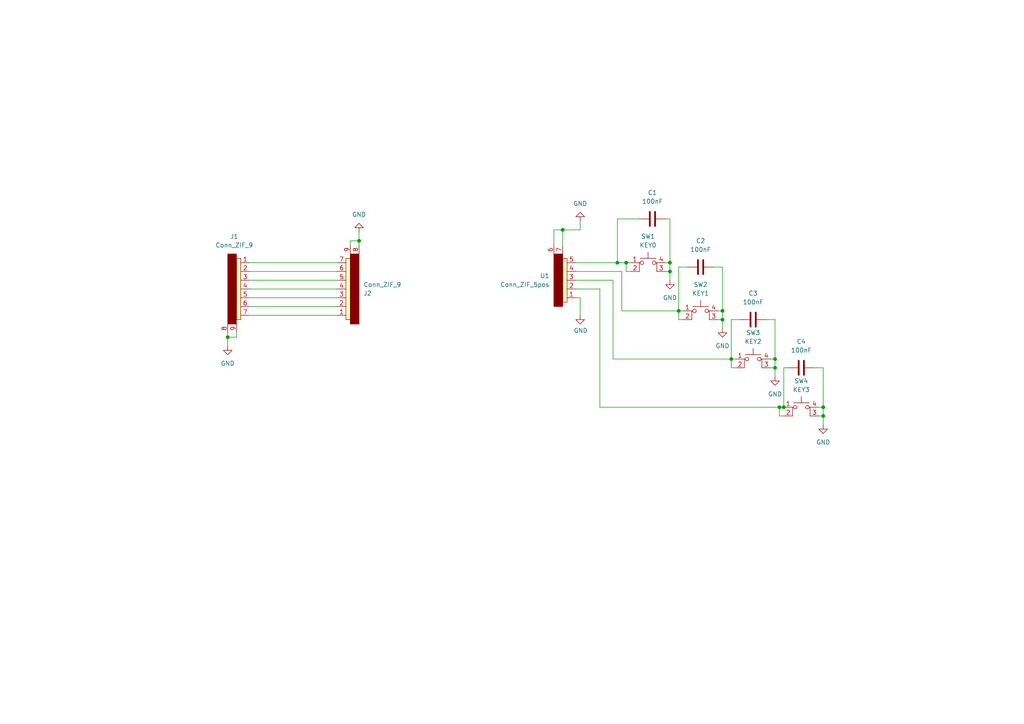
<source format=kicad_sch>
(kicad_sch (version 20211123) (generator eeschema)
  (paper "A4")
  (title_block (title "LPM PT Screen") (date "2022-12-29") (rev "AA") (company "Transus Instruments BV"))
  (lib_symbols
    (symbol "Device:C" (pin_numbers hide) (pin_names (offset 0.254))
      (property "Reference" "C" (at 0.635 2.54 0))
      (property "Value" "C" (at 0.635 -2.54 0))
      (symbol "C_0_1"
        (polyline (pts (xy -2.032 -0.762) (xy 2.032 -0.762)) (stroke (width 0.508)))
        (polyline (pts (xy -2.032 0.762) (xy 2.032 0.762)) (stroke (width 0.508)))
      )
      (symbol "C_1_1"
        (pin passive line (at 0 3.81 270) (length 2.794) (name "~") (number "1"))
        (pin passive line (at 0 -3.81 90) (length 2.794) (name "~") (number "2"))
      )
    )
    (symbol "MySymbols:Conn_ZIF_5pos"
      (property "Reference" "U" (at 3.81 -11.43 0))
      (property "Value" "Conn_ZIF_5pos" (at 10.16 -8.89 0))
      (symbol "Conn_ZIF_5pos_0_1"
        (rectangle (start -2.54 7.62) (end 0 -7.62) (fill (type outline)))
        (rectangle (start 0 6.35) (end 1.27 -6.35) (fill (type background)))
      )
      (symbol "Conn_ZIF_5pos_1_1"
        (pin input line (at 3.81 5.08 180) (length 2.54) (name "") (number "1"))
        (pin input line (at 3.81 2.54 180) (length 2.54) (name "") (number "2"))
        (pin input line (at 3.81 0 180) (length 2.54) (name "") (number "3"))
        (pin input line (at 3.81 -2.54 180) (length 2.54) (name "") (number "4"))
        (pin input line (at 3.81 -5.08 180) (length 2.54) (name "") (number "5"))
        (pin passive line (at -2.54 -10.16 90) (length 2.54) (name "") (number "6"))
        (pin passive line (at 0 -10.16 90) (length 2.54) (name "") (number "7"))
      )
    )
    (symbol "MySymbols:Conn_ZIF_9"
      (property "Reference" "J" (at 5.08 -13.97 0))
      (property "Value" "Conn_ZIF_9" (at 8.89 -17.78 0))
      (symbol "Conn_ZIF_9_0_1"
        (rectangle (start -1.27 10.16) (end 1.27 -10.16) (fill (type outline)))
        (rectangle (start 1.27 8.89) (end 2.54 -8.89) (fill (type background)))
      )
      (symbol "Conn_ZIF_9_1_1"
        (pin input line (at 5.08 7.62 180) (length 2.54) (name "") (number "1"))
        (pin input line (at 5.08 5.08 180) (length 2.54) (name "") (number "2"))
        (pin input line (at 5.08 2.54 180) (length 2.54) (name "") (number "3"))
        (pin input line (at 5.08 0 180) (length 2.54) (name "") (number "4"))
        (pin input line (at 5.08 -2.54 180) (length 2.54) (name "") (number "5"))
        (pin input line (at 5.08 -5.08 180) (length 2.54) (name "") (number "6"))
        (pin input line (at 5.08 -7.62 180) (length 2.54) (name "") (number "7"))
        (pin passive line (at -1.27 -12.7 90) (length 2.54) (name "") (number "8"))
        (pin passive line (at 1.27 -12.7 90) (length 2.54) (name "") (number "9"))
      )
    )
    (symbol "Switch:SW_MEC_5E" (pin_names (offset 1.016) hide)
      (property "Reference" "SW" (at 0.635 5.715 0))
      (property "Value" "SW_MEC_5E" (at 0 -3.175 0))
      (symbol "SW_MEC_5E_0_1"
        (circle (center -1.778 2.54) (radius 0.508))
        (polyline (pts (xy -2.286 3.81) (xy 2.286 3.81)))
        (polyline (pts (xy 0 3.81) (xy 0 5.588)))
        (polyline (pts (xy -2.54 0) (xy -2.54 2.54) (xy -2.286 2.54)))
        (polyline (pts (xy 2.54 0) (xy 2.54 2.54) (xy 2.286 2.54)))
        (circle (center 1.778 2.54) (radius 0.508))
        (pin passive line (at -5.08 2.54 0) (length 2.54) (name "1") (number "1"))
        (pin passive line (at -5.08 0 0) (length 2.54) (name "2") (number "2"))
        (pin passive line (at 5.08 0 180) (length 2.54) (name "K") (number "3"))
        (pin passive line (at 5.08 2.54 180) (length 2.54) (name "A") (number "4"))
      )
    )
    (symbol "power:GND" (power) (pin_names (offset 0))
      (property "Value" "GND" (at 0 -3.81 0))
      (symbol "GND_0_1"
        (polyline (pts (xy 0 0) (xy 0 -1.27) (xy 1.27 -1.27) (xy 0 -2.54) (xy -1.27 -1.27) (xy 0 -1.27)))
      )
      (symbol "GND_1_1"
        (pin power_in line (at 0 0 270) (length 0) hide (name "GND") (number "1"))
      )
    )
  )
  (junction (at 226.06 118.11))
  (junction (at 181.61 76.2))
  (junction (at 66.04 97.79))
  (junction (at 209.55 90.17))
  (junction (at 224.79 104.14))
  (junction (at 209.55 92.71))
  (junction (at 227.33 118.11))
  (junction (at 194.31 78.74))
  (junction (at 179.07 76.2))
  (junction (at 194.31 76.2))
  (junction (at 212.09 104.14))
  (junction (at 163.195 66.675))
  (junction (at 104.14 69.85))
  (junction (at 196.85 90.17))
  (junction (at 224.79 106.68))
  (junction (at 238.76 118.11))
  (junction (at 238.76 120.65))
  (wire (pts (xy 185.42 63.5) (xy 179.07 63.5)))
  (wire (pts (xy 181.61 78.74) (xy 182.88 78.74)))
  (wire (pts (xy 199.39 77.47) (xy 196.85 77.47)))
  (wire (pts (xy 104.14 71.12) (xy 104.14 69.85)))
  (wire (pts (xy 226.06 120.65) (xy 227.33 120.65)))
  (wire (pts (xy 101.6 71.12) (xy 101.6 69.85)))
  (wire (pts (xy 168.275 66.675) (xy 163.195 66.675)))
  (wire (pts (xy 66.04 97.79) (xy 66.04 100.33)))
  (wire (pts (xy 236.22 106.68) (xy 238.76 106.68)))
  (wire (pts (xy 214.63 92.71) (xy 212.09 92.71)))
  (wire (pts (xy 228.6 106.68) (xy 227.33 106.68)))
  (wire (pts (xy 167.005 83.82) (xy 173.99 83.82)))
  (wire (pts (xy 72.39 76.2) (xy 97.79 76.2)))
  (wire (pts (xy 72.39 88.9) (xy 97.79 88.9)))
  (wire (pts (xy 208.28 92.71) (xy 209.55 92.71)))
  (wire (pts (xy 182.88 76.2) (xy 181.61 76.2)))
  (wire (pts (xy 193.04 76.2) (xy 194.31 76.2)))
  (wire (pts (xy 179.07 63.5) (xy 179.07 76.2)))
  (wire (pts (xy 167.005 78.74) (xy 180.34 78.74)))
  (wire (pts (xy 101.6 69.85) (xy 104.14 69.85)))
  (wire (pts (xy 194.31 63.5) (xy 194.31 76.2)))
  (wire (pts (xy 72.39 78.74) (xy 97.79 78.74)))
  (wire (pts (xy 66.04 96.52) (xy 66.04 97.79)))
  (wire (pts (xy 177.8 104.14) (xy 177.8 81.28)))
  (wire (pts (xy 72.39 83.82) (xy 97.79 83.82)))
  (wire (pts (xy 224.79 104.14) (xy 224.79 106.68)))
  (wire (pts (xy 196.85 90.17) (xy 180.34 90.17)))
  (wire (pts (xy 194.31 78.74) (xy 194.31 81.28)))
  (wire (pts (xy 68.58 96.52) (xy 68.58 97.79)))
  (wire (pts (xy 208.28 90.17) (xy 209.55 90.17)))
  (wire (pts (xy 227.33 118.11) (xy 226.06 118.11)))
  (wire (pts (xy 181.61 76.2) (xy 181.61 78.74)))
  (wire (pts (xy 194.31 76.2) (xy 194.31 78.74)))
  (wire (pts (xy 167.005 81.28) (xy 177.8 81.28)))
  (wire (pts (xy 209.55 77.47) (xy 209.55 90.17)))
  (wire (pts (xy 224.79 106.68) (xy 224.79 109.22)))
  (wire (pts (xy 104.14 69.85) (xy 104.14 67.31)))
  (wire (pts (xy 160.655 71.12) (xy 160.655 66.675)))
  (wire (pts (xy 209.55 90.17) (xy 209.55 92.71)))
  (wire (pts (xy 72.39 91.44) (xy 97.79 91.44)))
  (wire (pts (xy 222.25 92.71) (xy 224.79 92.71)))
  (wire (pts (xy 226.06 118.11) (xy 226.06 120.65)))
  (wire (pts (xy 196.85 77.47) (xy 196.85 90.17)))
  (wire (pts (xy 193.04 78.74) (xy 194.31 78.74)))
  (wire (pts (xy 227.33 106.68) (xy 227.33 118.11)))
  (wire (pts (xy 193.04 63.5) (xy 194.31 63.5)))
  (wire (pts (xy 209.55 92.71) (xy 209.55 95.25)))
  (wire (pts (xy 212.09 104.14) (xy 212.09 106.68)))
  (wire (pts (xy 196.85 90.17) (xy 196.85 92.71)))
  (wire (pts (xy 226.06 118.11) (xy 173.99 118.11)))
  (wire (pts (xy 196.85 92.71) (xy 198.12 92.71)))
  (wire (pts (xy 238.76 120.65) (xy 238.76 123.19)))
  (wire (pts (xy 223.52 106.68) (xy 224.79 106.68)))
  (wire (pts (xy 173.99 118.11) (xy 173.99 83.82)))
  (wire (pts (xy 198.12 90.17) (xy 196.85 90.17)))
  (wire (pts (xy 180.34 90.17) (xy 180.34 78.74)))
  (wire (pts (xy 207.01 77.47) (xy 209.55 77.47)))
  (wire (pts (xy 238.76 106.68) (xy 238.76 118.11)))
  (wire (pts (xy 238.76 118.11) (xy 238.76 120.65)))
  (wire (pts (xy 72.39 81.28) (xy 97.79 81.28)))
  (wire (pts (xy 167.005 76.2) (xy 179.07 76.2)))
  (wire (pts (xy 223.52 104.14) (xy 224.79 104.14)))
  (wire (pts (xy 179.07 76.2) (xy 181.61 76.2)))
  (wire (pts (xy 168.275 91.44) (xy 168.275 86.36)))
  (wire (pts (xy 212.09 92.71) (xy 212.09 104.14)))
  (wire (pts (xy 66.04 97.79) (xy 68.58 97.79)))
  (wire (pts (xy 237.49 118.11) (xy 238.76 118.11)))
  (wire (pts (xy 163.195 71.12) (xy 163.195 66.675)))
  (wire (pts (xy 212.09 106.68) (xy 213.36 106.68)))
  (wire (pts (xy 167.005 86.36) (xy 168.275 86.36)))
  (wire (pts (xy 168.275 66.675) (xy 168.275 64.135)))
  (wire (pts (xy 237.49 120.65) (xy 238.76 120.65)))
  (wire (pts (xy 213.36 104.14) (xy 212.09 104.14)))
  (wire (pts (xy 224.79 92.71) (xy 224.79 104.14)))
  (wire (pts (xy 160.655 66.675) (xy 163.195 66.675)))
  (wire (pts (xy 72.39 86.36) (xy 97.79 86.36)))
  (wire (pts (xy 212.09 104.14) (xy 177.8 104.14)))
  (symbol (lib_id "power:GND") (at 194.31 81.28 0) (unit 1)
    (property "Reference" "#PWR0104" (effects hide))
    (property "Value" "GND" (at 194.31 86.36 0))
  )
  (symbol (lib_id "MySymbols:Conn_ZIF_5pos") (at 163.195 81.28 0) (mirror x) (unit 1)
    (property "Reference" "U1" (at 159.385 80.0099 0) (effects (justify right)))
    (property "Value" "Conn_ZIF_5pos" (at 159.385 82.5499 0) (effects (justify right)))
    (property "Footprint" "MyFootprints:Conn_ZIF_5pos" (effects hide))
  )
  (symbol (lib_id "power:GND") (at 66.04 100.33 0) (unit 1)
    (property "Reference" "#PWR0106" (effects hide))
    (property "Value" "GND" (at 66.04 105.41 0))
  )
  (symbol (lib_id "power:GND") (at 209.55 95.25 0) (unit 1)
    (property "Reference" "#PWR0102" (effects hide))
    (property "Value" "GND" (at 209.55 100.33 0))
  )
  (symbol (lib_id "Switch:SW_MEC_5E") (at 187.96 78.74 0) (unit 1)
    (property "Reference" "SW1" (at 187.96 68.58 0))
    (property "Value" "KEY0" (at 187.96 71.12 0))
    (property "Footprint" "MyFootprints:Tactile_button_Frn1775334" (effects hide))
    (property "Datasheet" "http://www.apem.com/int/index.php?controller=attachment&id_attachment=1371" (effects hide))
  )
  (symbol (lib_id "power:GND") (at 168.275 91.44 0) (mirror y) (unit 1)
    (property "Reference" "#PWR0108" (effects hide))
    (property "Value" "GND" (at 166.37 95.885 0) (effects (justify right)))
  )
  (symbol (lib_id "Device:C") (at 218.44 92.71 90) (unit 1)
    (property "Reference" "C3" (at 218.44 85.09 90))
    (property "Value" "100nF" (at 218.44 87.63 90))
    (property "Footprint" "Capacitor_SMD:C_0805_2012Metric_Pad1.18x1.45mm_HandSolder" (effects hide))
  )
  (symbol (lib_id "Device:C") (at 203.2 77.47 90) (unit 1)
    (property "Reference" "C2" (at 203.2 69.85 90))
    (property "Value" "100nF" (at 203.2 72.39 90))
    (property "Footprint" "Capacitor_SMD:C_0805_2012Metric_Pad1.18x1.45mm_HandSolder" (effects hide))
  )
  (symbol (lib_id "power:GND") (at 224.79 109.22 0) (unit 1)
    (property "Reference" "#PWR0101" (effects hide))
    (property "Value" "GND" (at 224.79 114.3 0))
  )
  (symbol (lib_id "Switch:SW_MEC_5E") (at 232.41 120.65 0) (unit 1)
    (property "Reference" "SW4" (at 232.41 110.49 0))
    (property "Value" "KEY3" (at 232.41 113.03 0))
    (property "Footprint" "MyFootprints:Tactile_button_Frn1775334" (effects hide))
    (property "Datasheet" "http://www.apem.com/int/index.php?controller=attachment&id_attachment=1371" (effects hide))
  )
  (symbol (lib_id "Device:C") (at 232.41 106.68 90) (unit 1)
    (property "Reference" "C4" (at 232.41 99.06 90))
    (property "Value" "100nF" (at 232.41 101.6 90))
    (property "Footprint" "Capacitor_SMD:C_0805_2012Metric_Pad1.18x1.45mm_HandSolder" (effects hide))
  )
  (symbol (lib_id "Switch:SW_MEC_5E") (at 218.44 106.68 0) (unit 1)
    (property "Reference" "SW3" (at 218.44 96.52 0))
    (property "Value" "KEY2" (at 218.44 99.06 0))
    (property "Footprint" "MyFootprints:Tactile_button_Frn1775334" (effects hide))
    (property "Datasheet" "http://www.apem.com/int/index.php?controller=attachment&id_attachment=1371" (effects hide))
  )
  (symbol (lib_id "power:GND") (at 168.275 64.135 0) (mirror x) (unit 1)
    (property "Reference" "#PWR0105" (effects hide))
    (property "Value" "GND" (at 168.275 59.055 0))
  )
  (symbol (lib_id "MySymbols:Conn_ZIF_9") (at 67.31 83.82 0) (unit 1)
    (property "Reference" "J1" (at 67.945 68.58 0))
    (property "Value" "Conn_ZIF_9" (at 67.945 71.12 0))
    (property "Footprint" "MyFootprints:Conn_ZIF_7pos" (effects hide))
  )
  (symbol (lib_id "power:GND") (at 104.14 67.31 0) (mirror x) (unit 1)
    (property "Reference" "#PWR0107" (effects hide))
    (property "Value" "GND" (at 104.14 62.23 0))
  )
  (symbol (lib_id "MySymbols:Conn_ZIF_9") (at 102.87 83.82 180) (unit 1)
    (property "Reference" "J2" (at 105.41 85.0901 0) (effects (justify right)))
    (property "Value" "Conn_ZIF_9" (at 105.41 82.5501 0) (effects (justify right)))
    (property "Footprint" "MyFootprints:Conn_ZIF_7pos" (effects hide))
  )
  (symbol (lib_id "Device:C") (at 189.23 63.5 90) (unit 1)
    (property "Reference" "C1" (at 189.23 55.88 90))
    (property "Value" "100nF" (at 189.23 58.42 90))
    (property "Footprint" "Capacitor_SMD:C_0805_2012Metric_Pad1.18x1.45mm_HandSolder" (effects hide))
  )
  (symbol (lib_id "Switch:SW_MEC_5E") (at 203.2 92.71 0) (unit 1)
    (property "Reference" "SW2" (at 203.2 82.55 0))
    (property "Value" "KEY1" (at 203.2 85.09 0))
    (property "Footprint" "MyFootprints:Tactile_button_Frn1775334" (effects hide))
    (property "Datasheet" "http://www.apem.com/int/index.php?controller=attachment&id_attachment=1371" (effects hide))
  )
  (symbol (lib_id "power:GND") (at 238.76 123.19 0) (unit 1)
    (property "Reference" "#PWR0103" (effects hide))
    (property "Value" "GND" (at 238.76 128.27 0))
  )
)
</source>
